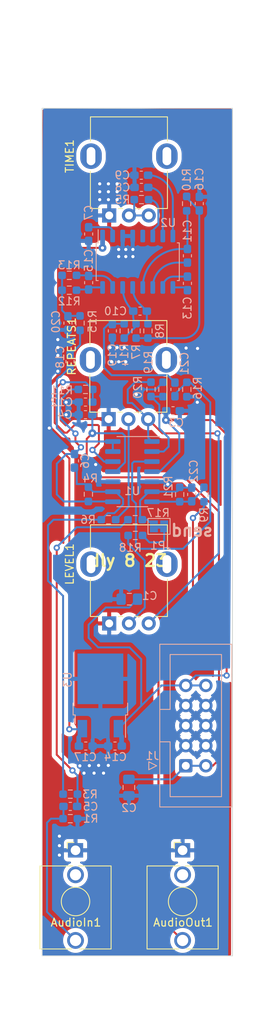
<source format=kicad_pcb>
(kicad_pcb (version 20221018) (generator pcbnew)
  (layers (0 "F.Cu" signal) (31 "B.Cu" signal) (34 "B.Paste" user) (35 "F.Paste" user) (36 "B.SilkS" user "B.Silkscreen") (37 "F.SilkS" user "F.Silkscreen") (38 "B.Mask" user) (39 "F.Mask" user) (44 "Edge.Cuts" user))
  (net 0 "")
  (net 1 "Net-(C22-Pad1)")
  (net 2 "Net-(U1C--)")
  (net 3 "Net-(AudioIn1-PadT)")
  (net 4 "GND")
  (net 5 "+12V")
  (net 6 "Net-(U2-REF)")
  (net 7 "Net-(U2-CC1)")
  (net 8 "DRY_OUT")
  (net 9 "Net-(C6-Pad1)")
  (net 10 "Net-(R5-Pad2)")
  (net 11 "Net-(U2-CC0)")
  (net 12 "REPEATS")
  (net 13 "Net-(U2-LPF2-OUT)")
  (net 14 "Net-(C16-Pad2)")
  (net 15 "Net-(U2-LPF2-IN)")
  (net 16 "Net-(AudioOut1-PadT)")
  (net 17 "Net-(U2-OP2-OUT)")
  (net 18 "Net-(U2-OP2-IN)")
  (net 19 "Net-(U1D-+)")
  (net 20 "Net-(C20-Pad1)")
  (net 21 "Net-(U2-OP1-IN)")
  (net 22 "Net-(C19-Pad2)")
  (net 23 "Net-(C18-Pad1)")
  (net 24 "Net-(U2-OP1-OUT)")
  (net 25 "WET_OUT")
  (net 26 "Net-(U2-LPF1-IN)")
  (net 27 "Net-(LEVEL1-Pad3)")
  (net 28 "-12V")
  (net 29 "Net-(U2-LPF1-OUT)")
  (net 30 "Net-(U1D--)")
  (net 31 "Net-(U1A-+)")
  (net 32 "Net-(JP1-B)")
  (net 33 "+5V")
  (net 34 "Net-(JP1-A)")
  (net 35 "Net-(U2-VCO)")
  (net 38 "Net-(U1A--)")
  (footprint "benjiaomodular:AudioJack_3.5mm" (layer "F.Cu") (at 141.79 151.79)
    (fp_text reference "AudioOut1")
    (fp_text value "AudioJack2_SwitchT" hide)
  )
  (footprint "benjiaomodular:AudioJack_3.5mm" (layer "F.Cu") (at 128.24 151.79)
    (fp_text reference "AudioIn1")
    (fp_text value "AudioJack2_SwitchT" hide)
  )
  (footprint "benjiaomodular:Potentiometer_RV09" (layer "F.Cu") (at 132.5 123.1 90)
    (fp_text reference "LEVEL1")
    (fp_text value "B10k")
  )
  (footprint "benjiaomodular:Potentiometer_RV09" (layer "F.Cu") (at 132.5 71.5 90)
    (fp_text reference "TIME1")
    (fp_text value "B100k")
  )
  (footprint "benjiaomodular:Potentiometer_RV09" (layer "F.Cu") (at 132.43 97.26 90)
    (fp_text reference "REPEATS1")
    (fp_text value "B10k")
  )
  (footprint "Resistor_SMD:R_0603_1608Metric_Pad0.98x0.95mm_HandSolder" (layer "B.Cu") (at 134.4 86.1 -90)
    (fp_text reference "R14")
    (fp_text value "10k")
  )
  (footprint "Capacitor_SMD:C_0603_1608Metric_Pad1.08x0.95mm_HandSolder" (layer "B.Cu") (at 142.94 106.7875 90)
    (fp_text reference "C22")
    (fp_text value "68pF")
  )
  (footprint "Capacitor_SMD:C_0805_2012Metric_Pad1.18x1.45mm_HandSolder" (layer "B.Cu") (at 135.05 120.03 180)
    (fp_text reference "C1")
    (fp_text value "22uF")
  )
  (footprint "Package_TO_SOT_SMD:TO-252-2" (layer "B.Cu") (at 131.385 132.205 90)
    (fp_text reference "U3")
    (fp_text value "L7805")
  )
  (footprint "Resistor_SMD:R_0603_1608Metric_Pad0.98x0.95mm_HandSolder" (layer "B.Cu") (at 127.5775 144.69 180)
    (fp_text reference "R3")
    (fp_text value "100k")
  )
  (footprint "Capacitor_SMD:C_0603_1608Metric_Pad1.08x0.95mm_HandSolder" (layer "B.Cu") (at 132.9 86.1 90)
    (fp_text reference "C19")
    (fp_text value "2.2nF")
  )
  (footprint "Resistor_SMD:R_0603_1608Metric_Pad0.98x0.95mm_HandSolder" (layer "B.Cu") (at 135.7825 109.97875)
    (fp_text reference "R17")
    (fp_text value "100k")
  )
  (footprint "Capacitor_SMD:C_0603_1608Metric_Pad1.08x0.95mm_HandSolder" (layer "B.Cu") (at 129.5 96.7)
    (fp_text reference "C4")
    (fp_text value "100nF")
  )
  (footprint "Resistor_SMD:R_0603_1608Metric_Pad0.98x0.95mm_HandSolder" (layer "B.Cu") (at 139.3 93.5 -90)
    (fp_text reference "R19")
    (fp_text value "20k")
  )
  (footprint "Resistor_SMD:R_0603_1608Metric_Pad0.98x0.95mm_HandSolder" (layer "B.Cu") (at 132.4075 109.97875 180)
    (fp_text reference "R6")
    (fp_text value "100k")
  )
  (footprint "Capacitor_SMD:C_0603_1608Metric_Pad1.08x0.95mm_HandSolder" (layer "B.Cu") (at 128.1075 102.5325 -90)
    (fp_text reference "C6")
    (fp_text value "47pF")
  )
  (footprint "Capacitor_SMD:C_0603_1608Metric_Pad1.08x0.95mm_HandSolder" (layer "B.Cu") (at 136.4 83.6 180)
    (fp_text reference "C10")
    (fp_text value "2.2nF")
  )
  (footprint "Capacitor_SMD:C_0603_1608Metric_Pad1.08x0.95mm_HandSolder" (layer "B.Cu") (at 142.4 80.09 90)
    (fp_text reference "C13")
    (fp_text value "100nF")
  )
  (footprint "Resistor_SMD:R_0603_1608Metric_Pad0.98x0.95mm_HandSolder" (layer "B.Cu") (at 136.58 69.49 180)
    (fp_text reference "R5")
    (fp_text value "2.7k")
  )
  (footprint "Capacitor_SMD:C_0603_1608Metric_Pad1.08x0.95mm_HandSolder" (layer "B.Cu") (at 127.28 85.11 -90)
    (fp_text reference "C20")
    (fp_text value "4.7nF")
  )
  (footprint "Resistor_SMD:R_0603_1608Metric_Pad0.98x0.95mm_HandSolder" (layer "B.Cu") (at 129.5 93.5)
    (fp_text reference "R11")
    (fp_text value "10k")
  )
  (footprint "Capacitor_SMD:C_0603_1608Metric_Pad1.08x0.95mm_HandSolder" (layer "B.Cu") (at 140.575 96.2)
    (fp_text reference "C3")
    (fp_text value "100nF")
  )
  (footprint "Connector_IDC:IDC-Header_2x05_P2.54mm_Vertical" (layer "B.Cu") (at 142.19 141.1)
    (fp_text reference "J1")
    (fp_text value "IDC_2x05")
  )
  (footprint "Resistor_SMD:R_0603_1608Metric_Pad0.98x0.95mm_HandSolder" (layer "B.Cu") (at 142.3 70 -90)
    (fp_text reference "R10")
    (fp_text value "10k")
  )
  (footprint "Capacitor_SMD:C_0603_1608Metric_Pad1.08x0.95mm_HandSolder" (layer "B.Cu") (at 142.4 76.6 90)
    (fp_text reference "C11")
    (fp_text value "100nF")
  )
  (footprint "Resistor_SMD:R_0603_1608Metric_Pad0.98x0.95mm_HandSolder" (layer "B.Cu") (at 135.8075 111.96875)
    (fp_text reference "R18")
    (fp_text value "68k")
  )
  (footprint "Capacitor_SMD:C_0603_1608Metric_Pad1.08x0.95mm_HandSolder" (layer "B.Cu") (at 127.5775 146.24 180)
    (fp_text reference "C5")
    (fp_text value "220nF")
  )
  (footprint "Resistor_SMD:R_0603_1608Metric_Pad0.98x0.95mm_HandSolder" (layer "B.Cu") (at 129.865 106.7625 -90)
    (fp_text reference "R4")
    (fp_text value "10k")
  )
  (footprint "Resistor_SMD:R_0603_1608Metric_Pad0.98x0.95mm_HandSolder" (layer "B.Cu") (at 141.42 106.7875 -90)
    (fp_text reference "R21")
    (fp_text value "100k")
  )
  (footprint "Resistor_SMD:R_0603_1608Metric_Pad0.98x0.95mm_HandSolder" (layer "B.Cu") (at 127.5775 147.79 180)
    (fp_text reference "R1")
    (fp_text value "1M")
  )
  (footprint "Resistor_SMD:R_0603_1608Metric_Pad0.98x0.95mm_HandSolder" (layer "B.Cu") (at 144.49 106.7875 90)
    (fp_text reference "R9")
    (fp_text value "1k")
  )
  (footprint "Resistor_SMD:R_0603_1608Metric_Pad0.98x0.95mm_HandSolder" (layer "B.Cu") (at 137.79 93.49 90)
    (fp_text reference "R20")
    (fp_text value "100k")
  )
  (footprint "Capacitor_SMD:C_0805_2012Metric_Pad1.18x1.45mm_HandSolder" (layer "B.Cu") (at 134.99 143.8475 90)
    (fp_text reference "C2")
    (fp_text value "22uF")
  )
  (footprint "Capacitor_SMD:C_0603_1608Metric_Pad1.08x0.95mm_HandSolder" (layer "B.Cu") (at 140.82 93.5 -90)
    (fp_text reference "C21")
    (fp_text value "10nF")
  )
  (footprint "Capacitor_SMD:C_0603_1608Metric_Pad1.08x0.95mm_HandSolder" (layer "B.Cu") (at 136.559887 66.409826)
    (fp_text reference "C9")
    (fp_text value "100nF")
  )
  (footprint "Resistor_SMD:R_0603_1608Metric_Pad0.98x0.95mm_HandSolder" (layer "B.Cu") (at 142.32 93.51 90)
    (fp_text reference "R16")
    (fp_text value "1M")
  )
  (footprint "Capacitor_SMD:C_0603_1608Metric_Pad1.08x0.95mm_HandSolder" (layer "B.Cu") (at 129.9 73.85 -90)
    (fp_text reference "C7")
    (fp_text value "1uF")
  )
  (footprint "Resistor_SMD:R_0603_1608Metric_Pad0.98x0.95mm_HandSolder" (layer "B.Cu") (at 135.9 86.1 90)
    (fp_text reference "R7")
    (fp_text value "20k")
  )
  (footprint "Capacitor_SMD:C_0603_1608Metric_Pad1.08x0.95mm_HandSolder" (layer "B.Cu") (at 136.579887 67.949826)
    (fp_text reference "C8")
    (fp_text value "100nF")
  )
  (footprint "Resistor_SMD:R_0603_1608Metric_Pad0.98x0.95mm_HandSolder" (layer "B.Cu") (at 127.45 80.95)
    (fp_text reference "R12")
    (fp_text value "10k")
  )
  (footprint "Package_SO:SOP-16_4.55x10.3mm_P1.27mm" (layer "B.Cu") (at 136.11 77.35 -90)
    (fp_text reference "U2")
    (fp_text value "PT2399")
  )
  (footprint "Capacitor_SMD:C_0603_1608Metric_Pad1.08x0.95mm_HandSolder" (layer "B.Cu") (at 127.54 89.9825 -90)
    (fp_text reference "C18")
    (fp_text value "1uF")
  )
  (footprint "Package_SO:SOIC-14_3.9x8.7mm_P1.27mm" (layer "B.Cu") (at 135.43 103.8975 180)
    (fp_text reference "U1")
    (fp_text value "TL074")
  )
  (footprint "Capacitor_SMD:C_0603_1608Metric_Pad1.08x0.95mm_HandSolder" (layer "B.Cu") (at 129.5 95.1)
    (fp_text reference "C12")
    (fp_text value "2.2nF")
  )
  (footprint "Jumper:SolderJumper-2_P1.3mm_Bridged_Pad1.0x1.5mm" (layer "B.Cu") (at 138.8075 110.81875 180)
    (fp_text reference "JP1")
    (fp_text value "Jumper_2_Bridged")
  )
  (footprint "Capacitor_SMD:C_0603_1608Metric_Pad1.08x0.95mm_HandSolder" (layer "B.Cu") (at 129.535 138.605)
    (fp_text reference "C17")
    (fp_text value "100nF")
  )
  (footprint "Capacitor_SMD:C_0603_1608Metric_Pad1.08x0.95mm_HandSolder" (layer "B.Cu") (at 143.9 70 -90)
    (fp_text reference "C16")
    (fp_text value "15nF")
  )
  (footprint "Capacitor_SMD:C_0603_1608Metric_Pad1.08x0.95mm_HandSolder" (layer "B.Cu") (at 129.9 80 -90)
    (fp_text reference "C15")
    (fp_text value "2.2nF")
  )
  (footprint "Resistor_SMD:R_0603_1608Metric_Pad0.98x0.95mm_HandSolder" (layer "B.Cu") (at 128.81 85.11 90)
    (fp_text reference "R15")
    (fp_text value "10k")
  )
  (footprint "Capacitor_SMD:C_0603_1608Metric_Pad1.08x0.95mm_HandSolder" (layer "B.Cu") (at 133.235 138.605 180)
    (fp_text reference "C14")
    (fp_text value "330nF")
  )
  (footprint "Resistor_SMD:R_0603_1608Metric_Pad0.98x0.95mm_HandSolder" (layer "B.Cu") (at 137.4 86.1 90)
    (fp_text reference "R8")
    (fp_text value "10k")
  )
  (footprint "Resistor_SMD:R_0603_1608Metric_Pad0.98x0.95mm_HandSolder" (layer "B.Cu") (at 127.45 79.07)
    (fp_text reference "R13")
    (fp_text value "10k")
  )
  (gr_rect (start 124.01 57.94) (end 148.1 165.14) (stroke (width 0.1)) (fill none) (layer "Edge.Cuts"))
  (gr_text "send\n" (at 145.77 112.21) (layer "B.SilkS") (effects (font (size 1.5 1.5) (thickness 0.3) bold) (justify left bottom mirror)))
  (gr_text "dly 8 23" (at 129.775 116.025) (layer "F.SilkS") (effects (font (size 1.5 1.5) (thickness 0.3) bold) (justify left bottom)))
  (segment (start 137.905 107.7075) (end 137.915 107.6975) (width 0.25) (layer "B.Cu") (net 1))
  (segment (start 137.915 107.6975) (end 142.8925 107.6975) (width 0.25) (layer "B.Cu") (net 1))
  (segment (start 144.49 106.1) (end 142.94 107.65) (width 0.25) (layer "B.Cu") (net 1))
  (segment (start 141.83 107.69) (end 141.828722 107.688722) (width 0.25) (layer "B.Cu") (net 1))
  (arc (start 141.6625 107.7075) (mid 141.696088 107.693588) (end 141.71 107.66) (width 0.25) (layer "B.Cu") (net 1))
  (segment (start 126.665 144.69) (end 126.665 119.6) (width 0.25) (layer "B.Cu") (net 2))
  (segment (start 126.64 119.6) (end 124.76 117.72) (width 0.25) (layer "B.Cu") (net 2))
  (segment (start 128.4 103.6875) (end 128.4 105.47) (width 0.25) (layer "B.Cu") (net 2))
  (segment (start 128.47 109.97875) (end 131.495 109.97875) (width 0.25) (layer "B.Cu") (net 2))
  (segment (start 129.485 105.47) (end 129.865 105.85) (width 0.25) (layer "B.Cu") (net 2))
  (segment (start 134.255 108.054251) (end 133.159251 109.15) (width 0.25) (layer "B.Cu") (net 2))
  (segment (start 126.665 119.6) (end 126.64 119.6) (width 0.25) (layer "B.Cu") (net 2))
  (segment (start 133.159251 109.15) (end 132.32375 109.15) (width 0.25) (layer "B.Cu") (net 2))
  (segment (start 134.255 107.360749) (end 134.255 108.054251) (width 0.25) (layer "B.Cu") (net 2))
  (segment (start 130.4525 106.4375) (end 132.955 106.4375) (width 0.25) (layer "B.Cu") (net 2))
  (segment (start 128.33125 109.97875) (end 128.47 109.97875) (width 0.25) (layer "B.Cu") (net 2))
  (segment (start 132.955 106.4375) (end 133.331751 106.4375) (width 0.25) (layer "B.Cu") (net 2))
  (segment (start 132.32375 109.15) (end 131.495 109.97875) (width 0.25) (layer "B.Cu") (net 2))
  (segment (start 128.1075 103.395) (end 128.4 103.6875) (width 0.25) (layer "B.Cu") (net 2))
  (segment (start 124.76 110.67) (end 125.45125 109.97875) (width 0.25) (layer "B.Cu") (net 2))
  (segment (start 129.865 105.85) (end 130.4525 106.4375) (width 0.25) (layer "B.Cu") (net 2))
  (segment (start 128.4 105.47) (end 129.485 105.47) (width 0.25) (layer "B.Cu") (net 2))
  (segment (start 125.45125 109.97875) (end 128.47 109.97875) (width 0.25) (layer "B.Cu") (net 2))
  (segment (start 133.331751 106.4375) (end 134.255 107.360749) (width 0.25) (layer "B.Cu") (net 2))
  (segment (start 124.76 117.72) (end 124.76 110.67) (width 0.25) (layer "B.Cu") (net 2))
  (segment (start 128.24 163.19) (end 124.63 159.58) (width 0.25) (layer "B.Cu") (net 3))
  (segment (start 126.665 147.79) (end 125.14 147.79) (width 0.25) (layer "B.Cu") (net 3))
  (segment (start 124.63 159.58) (end 124.63 148.3) (width 0.25) (layer "B.Cu") (net 3))
  (segment (start 126.715 147.74) (end 126.665 147.79) (width 0.25) (layer "B.Cu") (net 3))
  (segment (start 125.14 147.79) (end 124.63 148.3) (width 0.25) (layer "B.Cu") (net 3))
  (segment (start 126.715 146.24) (end 126.715 147.74) (width 0.25) (layer "B.Cu") (net 3))
  (via (at 135.5 76.7) (size 0.8) (drill 0.4) (layers "F.Cu" "B.Cu") (net 4))
  (via (at 133.5 69.5) (size 0.8) (drill 0.4) (layers "F.Cu" "B.Cu") (net 4))
  (via (at 132.4 67.5) (size 0.8) (drill 0.4) (layers "F.Cu" "B.Cu") (net 4))
  (via (at 129.985 141.08) (size 0.8) (drill 0.4) (layers "F.Cu" "B.Cu") (net 4))
  (via (at 131.3 69.5) (size 0.8) (drill 0.4) (layers "F.Cu" "B.Cu") (net 4))
  (via (at 132.8 90) (size 0.8) (drill 0.4) (layers "F.Cu" "B.Cu") (net 4))
  (via (at 132.6 88.2) (size 0.8) (drill 0.4) (layers "F.Cu" "B.Cu") (net 4))
  (via (at 132.4 68.5) (size 0.8) (drill 0.4) (layers "F.Cu" "B.Cu") (net 4))
  (via (at 134.4 88.2) (size 0.8) (drill 0.4) (layers "F.Cu" "B.Cu") (net 4))
  (via (at 135.5 75.8) (size 0.8) (drill 0.4) (layers "F.Cu" "B.Cu") (net 4))
  (via (at 131.16 141.055) (size 0.8) (drill 0.4) (layers "F.Cu" "B.Cu") (net 4))
  (via (at 131.3 67.5) (size 0.8) (drill 0.4) (layers "F.Cu" "B.Cu") (net 4))
  (via (at 127.05 96.7) (size 0.8) (drill 0.4) (layers "F.Cu" "B.Cu") (net 4))
  (via (at 131.785 142.03) (size 0.8) (drill 0.4) (layers "F.Cu" "B.Cu") (net 4))
  (via (at 130.585 142.03) (size 0.8) (drill 0.4) (layers "F.Cu" "B.Cu") (net 4))
  (via (at 132.385 141.055) (size 0.8) (drill 0.4) (layers "F.Cu" "B.Cu") (net 4))
  (via (at 133.5 88.2) (size 0.8) (drill 0.4) (layers "F.Cu" "B.Cu") (net 4))
  (via (at 129.31 142.03) (size 0.8) (drill 0.4) (layers "F.Cu" "B.Cu") (net 4))
  (via (at 133.7 90) (size 0.8) (drill 0.4) (layers "F.Cu" "B.Cu") (net 4))
  (via (at 126 88.2) (size 0.8) (drill 0.4) (layers "F.Cu" "B.Cu") (net 4))
  (via (at 126.2 150) (size 0.8) (drill 0.4) (layers "F.Cu" "B.Cu") (net 4))
  (via (at 130.79 103) (size 0.8) (drill 0.4) (layers "F.Cu" "B.Cu") (net 4))
  (via (at 126.2 151.2) (size 0.8) (drill 0.4) (layers "F.Cu" "B.Cu") (net 4))
  (via (at 126.2 152.4) (size 0.8) (drill 0.4) (layers "F.Cu" "B.Cu") (net 4))
  (via (at 133.5 67.5) (size 0.8) (drill 0.4) (layers "F.Cu" "B.Cu") (net 4))
  (via (at 143.65 95.125) (size 0.8) (drill 0.4) (layers "F.Cu" "B.Cu") (net 4))
  (via (at 133.5 68.5) (size 0.8) (drill 0.4) (layers "F.Cu" "B.Cu") (net 4))
  (via (at 131.3 68.5) (size 0.8) (drill 0.4) (layers "F.Cu" "B.Cu") (net 4))
  (via (at 126 91.2) (size 0.8) (drill 0.4) (layers "F.Cu" "B.Cu") (net 4))
  (via (at 134.6 76.7) (size 0.8) (drill 0.4) (layers "F.Cu" "B.Cu") (net 4))
  (via (at 135.93 94.14) (size 0.8) (drill 0.4) (layers "F.Cu" "B.Cu") (net 4))
  (via (at 133.7 75.8) (size 0.8) (drill 0.4) (layers "F.Cu" "B.Cu") (net 4))
  (via (at 142.23 88.27) (size 0.8) (drill 0.4) (layers "F.Cu" "B.Cu") (net 4))
  (via (at 132.4 69.5) (size 0.8) (drill 0.4) (layers "F.Cu" "B.Cu") (net 4))
  (via (at 126 87.2) (size 0.8) (drill 0.4) (layers "F.Cu" "B.Cu") (net 4))
  (via (at 139.91 105.4975) (size 0.8) (drill 0.4) (layers "F.Cu" "B.Cu") (net 4))
  (via (at 133.7 76.7) (size 0.8) (drill 0.4) (layers "F.Cu" "B.Cu") (net 4))
  (via (at 134.6 75.8) (size 0.8) (drill 0.4) (layers "F.Cu" "B.Cu") (net 4))
  (via (at 128.785 141.105) (size 0.8) (drill 0.4) (layers "F.Cu" "B.Cu") (net 4))
  (via (at 126 89.2) (size 0.8) (drill 0.4) (layers "F.Cu" "B.Cu") (net 4))
  (via (at 124.92 98.39) (size 0.8) (drill 0.4) (layers "F.Cu" "B.Cu") (net 4))
  (via (at 134.6 90.01) (size 0.8) (drill 0.4) (layers "F.Cu" "B.Cu") (net 4))
  (via (at 143.68 88.32) (size 0.8) (drill 0.4) (layers "F.Cu" "B.Cu") (net 4))
  (via (at 127.05 95.125) (size 0.8) (drill 0.4) (layers "F.Cu" "B.Cu") (net 4))
  (segment (start 138.3875 93.5) (end 136.57 93.5) (width 0.25) (layer "B.Cu") (net 4))
  (segment (start 128.6375 95.1) (end 127.075 95.1) (width 0.25) (layer "B.Cu") (net 4))
  (segment (start 136.57 93.5) (end 135.93 94.14) (width 0.25) (layer "B.Cu") (net 4))
  (segment (start 127.075 95.1) (end 127.05 95.125) (width 0.25) (layer "B.Cu") (net 4))
  (segment (start 139.3 92.5875) (end 138.3875 93.5) (width 0.25) (layer "B.Cu") (net 4))
  (segment (start 145.540305 97.375) (end 147.36 99.194695) (width 0.25) (layer "F.Cu") (net 5))
  (segment (start 139.675 97.375) (end 145.540305 97.375) (width 0.25) (layer "F.Cu") (net 5))
  (segment (start 147.36 99.194695) (end 147.36 129.68) (width 0.25) (layer "F.Cu") (net 5))
  (via (at 147.36 129.68) (size 0.8) (drill 0.4) (layers "F.Cu" "B.Cu") (net 5))
  (via (at 139.675 97.375) (size 1) (drill 0.4) (layers "F.Cu" "B.Cu") (net 5))
  (segment (start 138.98 131.08) (end 139.12 130.94) (width 0.25) (layer "B.Cu") (net 5))
  (segment (start 129.9 124.93) (end 131.1 126.13) (width 0.25) (layer "B.Cu") (net 5))
  (segment (start 135.0375 121.08) (end 132.07 121.08) (width 0.25) (layer "B.Cu") (net 5))
  (segment (start 129.9 123.25) (end 129.9 124.93) (width 0.25) (layer "B.Cu") (net 5))
  (segment (start 141.37 99.07) (end 139.675 97.375) (width 0.25) (layer "B.Cu") (net 5))
  (segment (start 133.665 136.405) (end 136.55 133.52) (width 0.25) (layer "B.Cu") (net 5))
  (segment (start 141.37 101.42) (end 141.37 99.07) (width 0.25) (layer "B.Cu") (net 5))
  (segment (start 136.0875 120.03) (end 135.0375 121.08) (width 0.25) (layer "B.Cu") (net 5))
  (segment (start 137.905 103.8975) (end 138.8925 103.8975) (width 0.25) (layer "B.Cu") (net 5))
  (segment (start 139.682701 96.3831) (end 139.670792 96.366708) (width 0.6) (layer "B.Cu") (net 5))
  (segment (start 142.19 130.94) (end 144.73 130.94) (width 0.25) (layer "B.Cu") (net 5))
  (segment (start 139.675 97.375) (end 139.688962 96.402369) (width 0.6) (layer "B.Cu") (net 5))
  (segment (start 139.688962 96.402369) (end 139.682701 96.3831) (width 0.6) (layer "B.Cu") (net 5))
  (segment (start 131.1 126.13) (end 135.07 126.13) (width 0.25) (layer "B.Cu") (net 5))
  (segment (start 138.98 131.09) (end 138.98 131.08) (width 0.25) (layer "B.Cu") (net 5))
  (segment (start 136.55 133.52) (end 138.98 131.09) (width 0.25) (layer "B.Cu") (net 5))
  (segment (start 134.0725 138.605) (end 134.0725 137.388792) (width 0.6) (layer "B.Cu") (net 5))
  (segment (start 139.670792 96.366708) (end 139.6544 96.354799) (width 0.6) (layer "B.Cu") (net 5))
  (segment (start 143.45 129.68) (end 142.19 130.94) (width 0.25) (layer "B.Cu") (net 5))
  (segment (start 147.36 129.68) (end 143.45 129.68) (width 0.25) (layer "B.Cu") (net 5))
  (segment (start 139.12 130.94) (end 142.19 130.94) (width 0.25) (layer "B.Cu") (net 5))
  (segment (start 135.07 126.13) (end 136.55 127.61) (width 0.25) (layer "B.Cu") (net 5))
  (segment (start 138.8925 103.8975) (end 141.37 101.42) (width 0.25) (layer "B.Cu") (net 5))
  (segment (start 136.55 127.61) (end 136.55 133.52) (width 0.25) (layer "B.Cu") (net 5))
  (segment (start 132.07 121.08) (end 129.9 123.25) (width 0.25) (layer "B.Cu") (net 5))
  (segment (start 132.935 74.1) (end 132.935 73.591182) (width 0.25) (layer "B.Cu") (net 6))
  (segment (start 130.0625 72.975) (end 132.318818 72.975) (width 0.25) (layer "B.Cu") (net 6))
  (arc (start 132.318818 72.975) (mid 132.754524 73.155476) (end 132.935 73.591182) (width 0.25) (layer "B.Cu") (net 6))
  (segment (start 139.285 74.1) (end 139.285 69.792439) (width 0.25) (layer "B.Cu") (net 7))
  (arc (start 139.285 69.792439) (mid 138.745311 68.489515) (end 137.442387 67.949826) (width 0.25) (layer "B.Cu") (net 7))
  (segment (start 127.85 141.69) (end 125.86 139.7) (width 0.25) (layer "F.Cu") (net 8))
  (segment (start 125.86 139.7) (end 125.86 113.53) (width 0.25) (layer "F.Cu") (net 8))
  (via (at 127.85 141.69) (size 0.8) (drill 0.4) (layers "F.Cu" "B.Cu") (net 8))
  (via (at 125.86 113.53) (size 0.8) (drill 0.4) (layers "F.Cu" "B.Cu") (net 8))
  (segment (start 125.86 113.45) (end 125.86 113.53) (width 0.25) (layer "B.Cu") (net 8))
  (segment (start 128.49 142.33) (end 127.85 141.69) (width 0.25) (layer "B.Cu") (net 8))
  (segment (start 134.87 109.97875) (end 133.91875 110.93) (width 0.25) (layer "B.Cu") (net 8))
  (segment (start 128.49 146.19) (end 128.44 146.24) (width 0.25) (layer "B.Cu") (net 8))
  (segment (start 128.49 144.69) (end 128.49 142.33) (width 0.25) (layer "B.Cu") (net 8))
  (segment (start 128.49 144.69) (end 128.49 146.19) (width 0.25) (layer "B.Cu") (net 8))
  (segment (start 128.38 110.93) (end 125.86 113.45) (width 0.25) (layer "B.Cu") (net 8))
  (segment (start 133.91875 110.93) (end 128.38 110.93) (width 0.25) (layer "B.Cu") (net 8))
  (segment (start 128.23 100.1195) (end 128.9305 100.82) (width 0.25) (layer "F.Cu") (net 9))
  (segment (start 128.23 99.08) (end 128.23 100.1195) (width 0.25) (layer "F.Cu") (net 9))
  (via (at 128.23 99.08) (size 0.8) (drill 0.4) (layers "F.Cu" "B.Cu") (net 9))
  (via (at 128.9305 100.82) (size 0.8) (drill 0.4) (layers "F.Cu" "B.Cu") (net 9))
  (segment (start 129.865 107.675) (end 132.9225 107.675) (width 0.25) (layer "B.Cu") (net 9))
  (segment (start 126.325 94.824695) (end 126.325 97.175) (width 0.25) (layer "B.Cu") (net 9))
  (segment (start 128.5875 93.5) (end 127.649695 93.5) (width 0.25) (layer "B.Cu") (net 9))
  (segment (start 132.9225 107.675) (end 132.955 107.7075) (width 0.25) (layer "B.Cu") (net 9))
  (segment (start 127.649695 93.5) (end 126.325 94.824695) (width 0.25) (layer "B.Cu") (net 9))
  (segment (start 128.9305 100.82) (end 128.9305 100.847) (width 0.25) (layer "B.Cu") (net 9))
  (segment (start 128.9305 100.847) (end 128.1075 101.67) (width 0.25) (layer "B.Cu") (net 9))
  (segment (start 126.325 97.175) (end 128.23 99.08) (width 0.25) (layer "B.Cu") (net 9))
  (segment (start 126.765 107.675) (end 129.865 107.675) (width 0.25) (layer "B.Cu") (net 9))
  (segment (start 125.87 102.89) (end 125.87 106.78) (width 0.25) (layer "B.Cu") (net 9))
  (segment (start 127.09 101.67) (end 125.87 102.89) (width 0.25) (layer "B.Cu") (net 9))
  (segment (start 125.87 106.78) (end 126.765 107.675) (width 0.25) (layer "B.Cu") (net 9))
  (segment (start 128.1075 101.67) (end 127.09 101.67) (width 0.25) (layer "B.Cu") (net 9))
  (arc (start 132.9175 107.67) (mid 132.944017 107.680983) (end 132.955 107.7075) (width 0.25) (layer "B.Cu") (net 9))
  (segment (start 137.5 71.5) (end 135 71.5) (width 0.25) (layer "B.Cu") (net 10))
  (segment (start 135.6675 69.49) (end 135.6675 70.8325) (width 0.25) (layer "B.Cu") (net 10))
  (arc (start 135.6675 70.8325) (mid 135.471994 71.304494) (end 135 71.5) (width 0.25) (layer "B.Cu") (net 10))
  (segment (start 140.555 74.1) (end 140.555 69.542439) (width 0.25) (layer "B.Cu") (net 11))
  (arc (start 140.555 69.542439) (mid 139.637479 67.327347) (end 137.422387 66.409826) (width 0.25) (layer "B.Cu") (net 11))
  (segment (start 134.96 108.19) (end 135.034375 108.264375) (width 0.25) (layer "B.Cu") (net 12))
  (segment (start 135.034375 108.264375) (end 133.32 109.97875) (width 0.25) (layer "B.Cu") (net 12))
  (segment (start 134.93 97.26) (end 134.96 97.29) (width 0.25) (layer "B.Cu") (net 12))
  (segment (start 134.96 97.29) (end 134.96 108.19) (width 0.25) (layer "B.Cu") (net 12))
  (segment (start 135.5375 83.6) (end 135.5375 84.312348) (width 0.25) (layer "B.Cu") (net 13))
  (segment (start 135.3841 83.4466) (end 135.5375 83.6) (width 0.25) (layer "B.Cu") (net 13))
  (segment (start 135.67019 85.742309) (end 134.4 87.0125) (width 0.25) (layer "B.Cu") (net 13))
  (arc (start 135.5375 84.312348) (mid 135.631711 84.785976) (end 135.9 85.1875) (width 0.25) (layer "B.Cu") (net 13))
  (arc (start 134.205 80.6) (mid 134.511438 82.140569) (end 135.3841 83.4466) (width 0.25) (layer "B.Cu") (net 13))
  (arc (start 135.9 85.1875) (mid 135.840274 85.487761) (end 135.67019 85.742309) (width 0.25) (layer "B.Cu") (net 13))
  (segment (start 142.3 69.2625) (end 143.9 70.8625) (width 0.25) (layer "B.Cu") (net 14))
  (segment (start 143.9 70.8625) (end 143.9 85.014373) (width 0.25) (layer "B.Cu") (net 14))
  (segment (start 141.901873 87.0125) (end 137.4 87.0125) (width 0.25) (layer "B.Cu") (net 14))
  (segment (start 142.3 69.0875) (end 142.3 69.2625) (width 0.25) (layer "B.Cu") (net 14))
  (segment (start 135.9 87.0125) (end 137.4 87.0125) (width 0.25) (layer "B.Cu") (net 14))
  (arc (start 143.9 85.014373) (mid 143.314762 86.427262) (end 141.901873 87.0125) (width 0.25) (layer "B.Cu") (net 14))
  (segment (start 136.332367 82.669867) (end 137.2625 83.6) (width 0.25) (layer "B.Cu") (net 15))
  (segment (start 137.2625 83.6) (end 137.2625 84.855546) (width 0.25) (layer "B.Cu") (net 15))
  (arc (start 135.475 80.6) (mid 135.697822 81.720204) (end 136.332367 82.669867) (width 0.25) (layer "B.Cu") (net 15))
  (arc (start 137.2625 84.855546) (mid 137.298235 85.035198) (end 137.4 85.1875) (width 0.25) (layer "B.Cu") (net 15))
  (segment (start 139.23 124.07) (end 139.27 124.07) (width 0.25) (layer "F.Cu") (net 16))
  (segment (start 143.1 120.24) (end 143.1 109.7645) (width 0.25) (layer "F.Cu") (net 16))
  (segment (start 139.27 124.07) (end 143.1 120.24) (width 0.25) (layer "F.Cu") (net 16))
  (segment (start 138.725 124.575) (end 139.23 124.07) (width 0.25) (layer "F.Cu") (net 16))
  (segment (start 138.725 160.125) (end 138.725 124.575) (width 0.25) (layer "F.Cu") (net 16))
  (segment (start 141.79 163.19) (end 138.725 160.125) (width 0.25) (layer "F.Cu") (net 16))
  (via (at 143.1 109.7645) (size 0.8) (drill 0.4) (layers "F.Cu" "B.Cu") (net 16))
  (segment (start 143.1 109.7645) (end 144.49 108.3745) (width 0.25) (layer "B.Cu") (net 16))
  (segment (start 144.49 108.3745) (end 144.49 107.7) (width 0.25) (layer "B.Cu") (net 16))
  (segment (start 142.4 71.0125) (end 142.4 75.7375) (width 0.25) (layer "B.Cu") (net 17))
  (segment (start 142.3 70.9125) (end 142.4 71.0125) (width 0.25) (layer "B.Cu") (net 17))
  (segment (start 141.607486 75.7375) (end 142.4 75.7375) (width 0.25) (layer "B.Cu") (net 17))
  (arc (start 136.745 80.6) (mid 138.169189 77.161689) (end 141.607486 75.7375) (width 0.25) (layer "B.Cu") (net 17))
  (segment (start 141.152494 77.4625) (end 142.4 77.4625) (width 0.25) (layer "B.Cu") (net 18))
  (arc (start 138.015 80.6) (mid 138.933951 78.381451) (end 141.152494 77.4625) (width 0.25) (layer "B.Cu") (net 18))
  (segment (start 131.195 98.125) (end 131.07 98) (width 0.25) (layer "F.Cu") (net 19))
  (segment (start 128.125305 98) (end 127.152652 98.972653) (width 0.25) (layer "F.Cu") (net 19))
  (segment (start 131.195 100.345) (end 131.195 98.125) (width 0.25) (layer "F.Cu") (net 19))
  (segment (start 126.52 92.59) (end 126.63 92.59) (width 0.25) (layer "F.Cu") (net 19))
  (segment (start 125.6 97.725305) (end 125.6 93.51) (width 0.25) (layer "F.Cu") (net 19))
  (segment (start 131.07 98) (end 128.125305 98) (width 0.25) (layer "F.Cu") (net 19))
  (segment (start 127.152652 98.972653) (end 126.847347 98.972653) (width 0.25) (layer "F.Cu") (net 19))
  (segment (start 130.38 101.16) (end 131.195 100.345) (width 0.25) (layer "F.Cu") (net 19))
  (segment (start 125.6 93.51) (end 126.52 92.59) (width 0.25) (layer "F.Cu") (net 19))
  (segment (start 126.847347 98.972653) (end 125.6 97.725305) (width 0.25) (layer "F.Cu") (net 19))
  (via (at 130.38 101.16) (size 0.8) (drill 0.4) (layers "F.Cu" "B.Cu") (net 19))
  (via (at 126.63 92.59) (size 0.8) (drill 0.4) (layers "F.Cu" "B.Cu") (net 19))
  (segment (start 130.4125 93.5) (end 130.4125 95.05) (width 0.25) (layer "B.Cu") (net 19))
  (segment (start 126.63 92.59) (end 129.5025 92.59) (width 0.25) (layer "B.Cu") (net 19))
  (segment (start 129.5025 92.59) (end 130.4125 93.5) (width 0.25) (layer "B.Cu") (net 19))
  (segment (start 132.955 102.6275) (end 131.8475 102.6275) (width 0.25) (layer "B.Cu") (net 19))
  (segment (start 131.8475 102.6275) (end 130.38 101.16) (width 0.25) (layer "B.Cu") (net 19))
  (segment (start 130.4125 95.05) (end 130.3625 95.1) (width 0.25) (layer "B.Cu") (net 19))
  (segment (start 126.5375 80.95) (end 126.5375 83.505) (width 0.25) (layer "B.Cu") (net 20))
  (segment (start 127.33 84.1975) (end 127.28 84.2475) (width 0.25) (layer "B.Cu") (net 20))
  (segment (start 126.5375 79.07) (end 126.5375 80.95) (width 0.25) (layer "B.Cu") (net 20))
  (segment (start 128.81 84.1975) (end 127.33 84.1975) (width 0.25) (layer "B.Cu") (net 20))
  (segment (start 126.5375 83.505) (end 127.28 84.2475) (width 0.25) (layer "B.Cu") (net 20))
  (segment (start 142.428 79.2275) (end 140.657498 79.2275) (width 0.25) (layer "B.Cu") (net 21))
  (arc (start 140.657498 79.2275) (mid 139.686995 79.629495) (end 139.285 80.6) (width 0.25) (layer "B.Cu") (net 21))
  (segment (start 131.84 90.74295) (end 131.84 85.81) (width 0.25) (layer "B.Cu") (net 22))
  (segment (start 132.80205 91.705) (end 131.84 90.74295) (width 0.25) (layer "B.Cu") (net 22))
  (segment (start 134.4 85.1875) (end 133.02071 85.1875) (width 0.25) (layer "B.Cu") (net 22))
  (segment (start 139.8875 91.705) (end 132.80205 91.705) (width 0.25) (layer "B.Cu") (net 22))
  (segment (start 140.82 92.6375) (end 139.8875 91.705) (width 0.25) (layer "B.Cu") (net 22))
  (segment (start 132.4125 85.2375) (end 132.9 85.2375) (width 0.25) (layer "B.Cu") (net 22))
  (segment (start 131.84 85.81) (end 132.4125 85.2375) (width 0.25) (layer "B.Cu") (net 22))
  (arc (start 133.02071 85.1875) (mid 132.955382 85.200494) (end 132.9 85.2375) (width 0.25) (layer "B.Cu") (net 22))
  (segment (start 128.81 87.85) (end 127.54 89.12) (width 0.25) (layer "B.Cu") (net 23))
  (segment (start 128.81 86.0225) (end 128.81 87.85) (width 0.25) (layer "B.Cu") (net 23))
  (segment (start 140.555 80.6) (end 142.0755 80.6) (width 0.25) (layer "B.Cu") (net 24))
  (arc (start 142.0755 80.6) (mid 142.324755 80.703245) (end 142.428 80.9525) (width 0.25) (layer "B.Cu") (net 24))
  (segment (start 134.895 113.041396) (end 134.895 111.96875) (width 0.25) (layer "B.Cu") (net 25))
  (segment (start 137 115.146396) (end 134.895 113.041396) (width 0.25) (layer "B.Cu") (net 25))
  (segment (start 137 121.1) (end 137 115.146396) (width 0.25) (layer "B.Cu") (net 25))
  (segment (start 135 123.1) (end 137 121.1) (width 0.25) (layer "B.Cu") (net 25))
  (segment (start 131.665 80.6) (end 130.1625 80.6) (width 0.25) (layer "B.Cu") (net 26))
  (segment (start 129.9 80.8625) (end 128.625 80.8625) (width 0.25) (layer "B.Cu") (net 26))
  (arc (start 130.1625 80.6) (mid 129.976884 80.676884) (end 129.9 80.8625) (width 0.25) (layer "B.Cu") (net 26))
  (segment (start 139.23 99.06) (end 137.43 97.26) (width 0.25) (layer "F.Cu") (net 27))
  (segment (start 146.2 99.06) (end 139.23 99.06) (width 0.25) (layer "F.Cu") (net 27))
  (via (at 146.2 99.06) (size 0.8) (drill 0.4) (layers "F.Cu" "B.Cu") (net 27))
  (segment (start 137.905 100.0875) (end 137.43 99.6125) (width 0.25) (layer "B.Cu") (net 27))
  (segment (start 137.43 99.6125) (end 137.43 97.26) (width 0.25) (layer "B.Cu") (net 27))
  (segment (start 135.39 95.22) (end 137.43 97.26) (width 0.25) (layer "B.Cu") (net 27))
  (segment (start 146.35 114.25) (end 146.35 99.21) (width 0.25) (layer "B.Cu") (net 27))
  (segment (start 134.85 93.5) (end 134.85 95.22) (width 0.25) (layer "B.Cu") (net 27))
  (segment (start 137.5 123.1) (end 146.35 114.25) (width 0.25) (layer "B.Cu") (net 27))
  (segment (start 134.85 95.22) (end 135.39 95.22) (width 0.25) (layer "B.Cu") (net 27))
  (segment (start 135.7725 92.5775) (end 134.85 93.5) (width 0.25) (layer "B.Cu") (net 27))
  (segment (start 146.35 99.21) (end 146.2 99.06) (width 0.25) (layer "B.Cu") (net 27))
  (segment (start 137.79 92.5775) (end 135.7725 92.5775) (width 0.25) (layer "B.Cu") (net 27))
  (segment (start 131.44 104.62) (end 142.03 104.62) (width 0.25) (layer "F.Cu") (net 28))
  (segment (start 129.655 99.755) (end 129.655 102.835) (width 0.25) (layer "F.Cu") (net 28))
  (segment (start 130.37 99.04) (end 129.655 99.755) (width 0.25) (layer "F.Cu") (net 28))
  (segment (start 146.39 140.32) (end 145.61 141.1) (width 0.25) (layer "F.Cu") (net 28))
  (segment (start 142.03 104.62) (end 146.39 108.98) (width 0.25) (layer "F.Cu") (net 28))
  (segment (start 146.39 108.98) (end 146.39 140.32) (width 0.25) (layer "F.Cu") (net 28))
  (segment (start 145.61 141.1) (end 144.73 141.1) (width 0.25) (layer "F.Cu") (net 28))
  (segment (start 129.655 102.835) (end 131.44 104.62) (width 0.25) (layer "F.Cu") (net 28))
  (via (at 130.37 99.04) (size 1) (drill 0.4) (layers "F.Cu" "B.Cu") (net 28))
  (segment (start 134.499626 102.729626) (end 134.499626 99.379626) (width 0.25) (layer "B.Cu") (net 28))
  (segment (start 134.16 99.04) (end 130.37 99.04) (width 0.25) (layer "B.Cu") (net 28))
  (segment (start 130.37 96.7075) (end 130.3625 96.7) (width 0.25) (layer "B.Cu") (net 28))
  (segment (start 133.331751 103.8975) (end 134.499626 102.729626) (width 0.25) (layer "B.Cu") (net 28))
  (segment (start 140.48 142.81) (end 142.19 141.1) (width 0.25) (layer "B.Cu") (net 28))
  (segment (start 132.955 103.8975) (end 133.331751 103.8975) (width 0.25) (layer "B.Cu") (net 28))
  (segment (start 142.19 141.1) (end 144.73 141.1) (width 0.25) (layer "B.Cu") (net 28))
  (segment (start 134.99 142.81) (end 140.48 142.81) (width 0.25) (layer "B.Cu") (net 28))
  (segment (start 134.499626 99.379626) (end 134.16 99.04) (width 0.25) (layer "B.Cu") (net 28))
  (segment (start 130.37 99.04) (end 130.37 96.7075) (width 0.25) (layer "B.Cu") (net 28))
  (segment (start 129.873372 79.070769) (end 129.873372 79.075839) (width 0.25) (layer "B.Cu") (net 29))
  (segment (start 129.9 79.1375) (end 131.4725 79.1375) (width 0.25) (layer "B.Cu") (net 29))
  (segment (start 129.872603 79.07) (end 129.873372 79.070769) (width 0.25) (layer "B.Cu") (net 29))
  (segment (start 128.3625 79.07) (end 129.872603 79.07) (width 0.25) (layer "B.Cu") (net 29))
  (arc (start 131.4725 79.1375) (mid 132.506644 79.565856) (end 132.935 80.6) (width 0.25) (layer "B.Cu") (net 29))
  (arc (start 129.873372 79.075839) (mid 129.89428 79.103832) (end 129.9 79.1375) (width 0.25) (layer "B.Cu") (net 29))
  (segment (start 126.165 91.925) (end 125.87 92.22) (width 0.25) (layer "B.Cu") (net 30))
  (segment (start 125.87 98.37) (end 127.5875 100.0875) (width 0.25) (layer "B.Cu") (net 30))
  (segment (start 127.54 90.845) (end 127.380305 90.845) (width 0.25) (layer "B.Cu") (net 30))
  (segment (start 125.87 92.22) (end 125.87 98.37) (width 0.25) (layer "B.Cu") (net 30))
  (segment (start 126.300305 91.925) (end 126.165 91.925) (width 0.25) (layer "B.Cu") (net 30))
  (segment (start 127.380305 90.845) (end 126.300305 91.925) (width 0.25) (layer "B.Cu") (net 30))
  (segment (start 127.5875 100.0875) (end 132.955 100.0875) (width 0.25) (layer "B.Cu") (net 30))
  (segment (start 132.955 100.0875) (end 132.955 101.3575) (width 0.25) (layer "B.Cu") (net 30))
  (segment (start 145.29 95.12) (end 142.7675 92.5975) (width 0.25) (layer "B.Cu") (net 31))
  (segment (start 145.29 110.2) (end 145.29 95.12) (width 0.25) (layer "B.Cu") (net 31))
  (segment (start 141.835 113.655) (end 145.29 110.2) (width 0.25) (layer "B.Cu") (net 31))
  (segment (start 137.905 102.6275) (end 135.6325 102.6275) (width 0.25) (layer "B.Cu") (net 31))
  (segment (start 135.8825 107.9225) (end 135.8825 113.3925) (width 0.25) (layer "B.Cu") (net 31))
  (segment (start 135.41 102.85) (end 135.41 107.45) (width 0.25) (layer "B.Cu") (net 31))
  (segment (start 135.8825 113.3925) (end 136.145 113.655) (width 0.25) (layer "B.Cu") (net 31))
  (segment (start 140.82 94.3625) (end 140.82 94.0975) (width 0.25) (layer "B.Cu") (net 31))
  (segment (start 140.82 94.0975) (end 142.32 92.5975) (width 0.25) (layer "B.Cu") (net 31))
  (segment (start 136.145 113.655) (end 141.835 113.655) (width 0.25) (layer "B.Cu") (net 31))
  (segment (start 135.41 107.45) (end 135.8825 107.9225) (width 0.25) (layer "B.Cu") (net 31))
  (segment (start 135.6325 102.6275) (end 135.41 102.85) (width 0.25) (layer "B.Cu") (net 31))
  (segment (start 142.7675 92.5975) (end 142.32 92.5975) (width 0.25) (layer "B.Cu") (net 31))
  (segment (start 136.41 109.69375) (end 136.695 109.97875) (width 0.25) (layer "B.Cu") (net 32))
  (segment (start 137.528249 106.4375) (end 136.41 107.555749) (width 0.25) (layer "B.Cu") (net 32))
  (segment (start 137.905 106.4375) (end 140.8675 106.4275) (width 0.25) (layer "B.Cu") (net 32))
  (segment (start 137.905 106.4375) (end 137.528249 106.4375) (width 0.25) (layer "B.Cu") (net 32))
  (segment (start 136.695 109.97875) (end 137.3175 109.97875) (width 0.25) (layer "B.Cu") (net 32))
  (segment (start 142.94 105.925) (end 141.47 105.925) (width 0.25) (layer "B.Cu") (net 32))
  (segment (start 137.3175 109.97875) (end 138.1575 110.81875) (width 0.25) (layer "B.Cu") (net 32))
  (segment (start 136.41 107.555749) (end 136.41 109.69375) (width 0.25) (layer "B.Cu") (net 32))
  (arc (start 140.8675 106.4275) (mid 141.258176 106.265676) (end 141.42 105.875) (width 0.25) (layer "B.Cu") (net 32))
  (segment (start 124.145 92.495) (end 124.145 98.92) (width 0.25) (layer "F.Cu") (net 33))
  (segment (start 124.145 92.495) (end 125.275 91.365) (width 0.25) (layer "F.Cu") (net 33))
  (segment (start 127.46 102.235) (end 127.46 136.48) (width 0.25) (layer "F.Cu") (net 33))
  (segment (start 127.26 75.6) (end 125.3 77.56) (width 0.25) (layer "F.Cu") (net 33))
  (segment (start 131.65 75.6) (end 127.26 75.6) (width 0.25) (layer "F.Cu") (net 33))
  (segment (start 125.275 77.585) (end 125.275 91.365) (width 0.25) (layer "F.Cu") (net 33))
  (segment (start 125.3 77.56) (end 125.275 77.585) (width 0.25) (layer "F.Cu") (net 33))
  (segment (start 124.145 98.92) (end 127.46 102.235) (width 0.25) (layer "F.Cu") (net 33))
  (via (at 127.46 136.48) (size 0.8) (drill 0.4) (layers "F.Cu" "B.Cu") (net 33))
  (via (at 131.65 75.6) (size 1) (drill 0.4) (layers "F.Cu" "B.Cu") (net 33))
  (segment (start 127.46 136.48) (end 129.03 136.48) (width 0.25) (layer "B.Cu") (net 33))
  (segment (start 128.6475 137.509502) (end 128.6475 138.605) (width 0.6) (layer "B.Cu") (net 33))
  (segment (start 129.03 136.48) (end 129.105 136.405) (width 0.25) (layer "B.Cu") (net 33))
  (segment (start 131.665 74.1) (end 131.665 75.585) (width 0.6) (layer "B.Cu") (net 33))
  (arc (start 131.665 75.585) (mid 131.660607 75.595607) (end 131.65 75.6) (width 0.25) (layer "B.Cu") (net 33))
  (segment (start 137.59125 112.84) (end 139.22 112.84) (width 0.25) (layer "B.Cu") (net 34))
  (segment (start 136.72 111.96875) (end 137.59125 112.84) (width 0.25) (layer "B.Cu") (net 34))
  (segment (start 139.22 112.84) (end 139.4575 112.6025) (width 0.25) (layer "B.Cu") (net 34))
  (segment (start 139.4575 112.6025) (end 139.4575 110.81875) (width 0.25) (layer "B.Cu") (net 34))
  (segment (start 138.015 74.1) (end 138.015 73.385) (width 0.25) (layer "B.Cu") (net 35))
  (segment (start 138.725 72.675) (end 138.725 70.7225) (width 0.25) (layer "B.Cu") (net 35))
  (segment (start 138.015 73.385) (end 138.725 72.675) (width 0.25) (layer "B.Cu") (net 35))
  (arc (start 138.725 70.7225) (mid 138.364009 69.850991) (end 137.4925 69.49) (width 0.25) (layer "B.Cu") (net 35))
  (segment (start 137.905 101.3575) (end 139.3925 101.3575) (width 0.25) (layer "B.Cu") (net 38))
  (segment (start 137.79 94.4025) (end 139.29 94.4025) (width 0.25) (layer "B.Cu") (net 38))
  (segment (start 139.29 94.4025) (end 139.3 94.4125) (width 0.25) (layer "B.Cu") (net 38))
  (segment (start 139.3925 101.3575) (end 140.02 100.73) (width 0.25) (layer "B.Cu") (net 38))
  (segment (start 138.85 95.4625) (end 137.79 94.4025) (width 0.25) (layer "B.Cu") (net 38))
  (segment (start 140.02 100.73) (end 140.02 99.61) (width 0.25) (layer "B.Cu") (net 38))
  (segment (start 140.02 99.61) (end 138.85 98.44) (width 0.25) (layer "B.Cu") (net 38))
  (segment (start 138.85 98.44) (end 138.85 95.4625) (width 0.25) (layer "B.Cu") (net 38))
  (zone (net 4) (net_name "GND") (layer "F.Cu") (connect_pads (clearance 0.508)) (min_thickness 0.254) (fill yes (thermal_gap 0.508) (thermal_bridge_width 0.508))
    (polygon (pts (xy 124.08 58.08) (xy 147.98 57.94) (xy 147.92 165.09) (xy 123.29 165.09)))
  )
  (zone (net 4) (net_name "GND") (layer "B.Cu") (connect_pads (clearance 0.508)) (min_thickness 0.254) (fill yes (thermal_gap 0.508) (thermal_bridge_width 0.508))
    (polygon (pts (xy 124.14 57.99) (xy 148.25 58.03) (xy 147.56 165.35) (xy 122.95 165.21)))
  )
)
</source>
